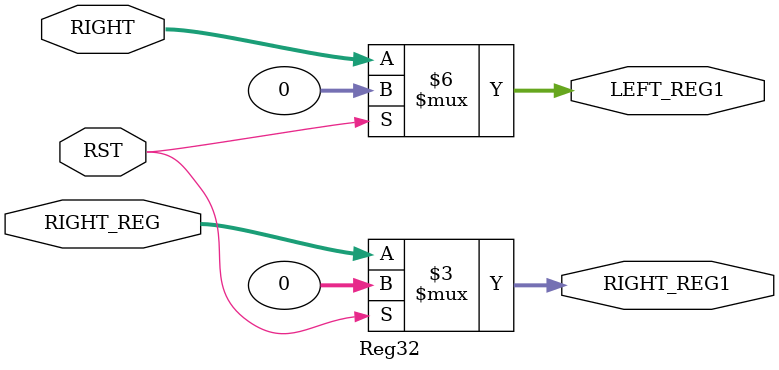
<source format=v>
`timescale 1ns / 1ps
module Reg32(RST, RIGHT, RIGHT_REG, LEFT_REG1, RIGHT_REG1);
input RST;
input [32:1]RIGHT;
input [32:1]RIGHT_REG;
output [32:1]LEFT_REG1;
output [32:1]RIGHT_REG1;
wire RST;
reg [32:1]LEFT_REG1;
reg [32:1]RIGHT_REG1;

always @(RST or RIGHT or RIGHT_REG)
begin
if (RST)
	begin
	LEFT_REG1 <= 32'h00000000;
	RIGHT_REG1 <= 32'h00000000;
	end
else
	begin
	LEFT_REG1 <= RIGHT;
	RIGHT_REG1 <= RIGHT_REG;
end
end
endmodule

</source>
